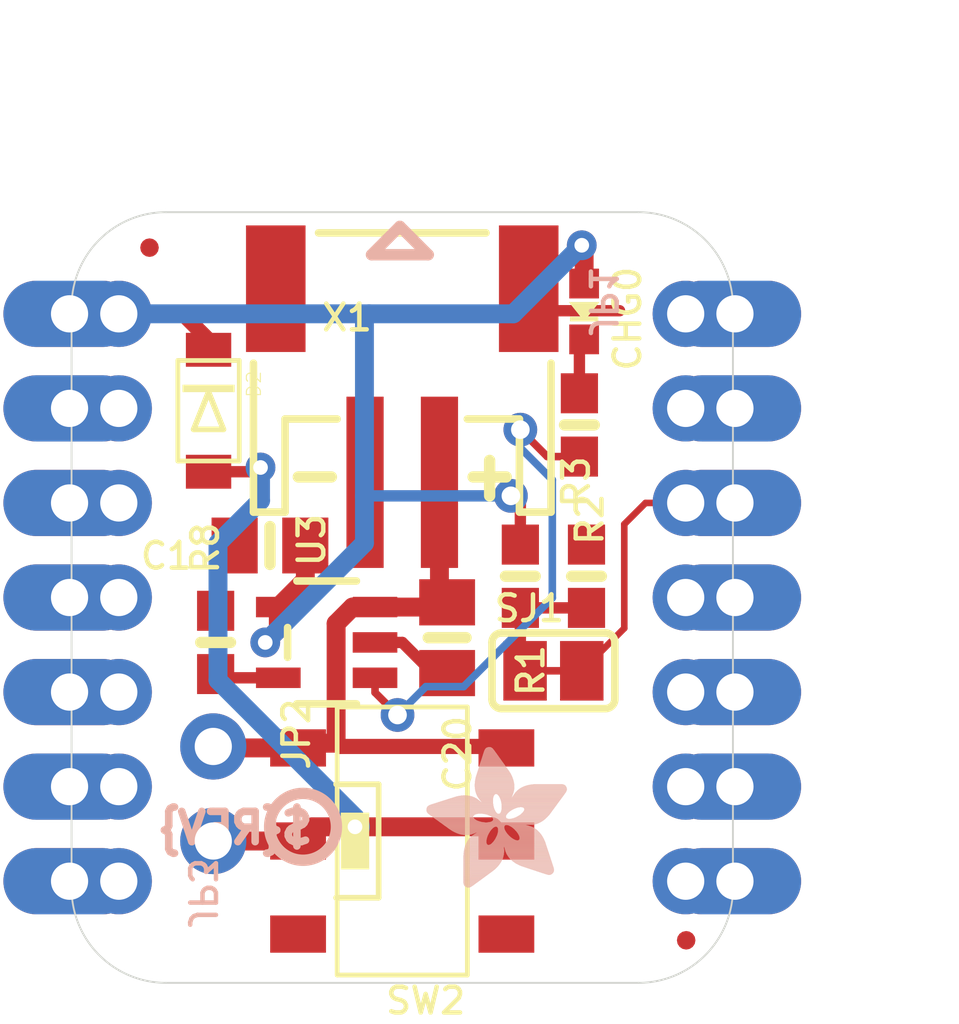
<source format=kicad_pcb>
(kicad_pcb (version 20241229) (generator "pcbnew") (generator_version "9.0")
  (layers (0 "F.Cu" signal) (4 "In1.Cu" signal) (6 "In2.Cu" signal) (8 "In3.Cu" signal) (10 "In4.Cu" signal) (12 "In5.Cu" signal) (14 "In6.Cu" signal) (16 "In7.Cu" signal) (18 "In8.Cu" signal) (20 "In9.Cu" signal) (22 "In10.Cu" signal) (24 "In11.Cu" signal) (26 "In12.Cu" signal) (28 "In13.Cu" signal) (30 "In14.Cu" signal) (2 "B.Cu" signal) (13 "F.Paste" user) (15 "B.Paste" user) (5 "F.SilkS" user "F.Silkscreen") (7 "B.SilkS" user "B.Silkscreen") (1 "F.Mask" user) (3 "B.Mask" user) (25 "Edge.Cuts" user))
  (net 0 "")
  (net 1 "GND")
  (net 2 "+5V")
  (net 3 "VBAT")
  (net 4 "N$2")
  (net 5 "N$3")
  (net 6 "N$4")
  (net 7 "N$7")
  (net 8 "N$1")
  (net 9 "A2")
  (footprint "Adafruit LIPoly Charger BFF rev C:0603-NO" (layer "F.Cu") (at 143.4846 106.2101 90)
    (property "Reference" "R8" (at 1.778 0.127 90) (layer "F.SilkS") (effects (font (size 0.692831 0.692831) (thickness 0.119969)) (justify left bottom)))
    (property "Value" "5.1K")
    (pad "1" smd rect (at -0.85 0 90) (size 1.075 1) (layers "F.Cu" "F.Mask" "F.Paste") (net 6 "N$4"))
    (pad "2" smd rect (at 0.85 0 90) (size 1.075 1) (layers "F.Cu" "F.Mask" "F.Paste") (net 1 "GND"))
  )
  (footprint "Adafruit LIPoly Charger BFF rev C:PLABEL8" (layer "F.Cu") (at 154.4701 102.2731 90)
    (property "Reference" "PLABEL8" (hide yes))
    (property "Value" "" (hide yes))
  )
  (footprint "Adafruit LIPoly Charger BFF rev C:PLABEL9" (layer "F.Cu") (at 154.4701 97.1931 90)
    (property "Reference" "PLABEL9" (hide yes))
    (property "Value" "" (hide yes))
  )
  (footprint "Adafruit LIPoly Charger BFF rev C:PLABEL3" (layer "F.Cu") (at 152.1841 112.8141)
    (property "Reference" "PLABEL3" (hide yes))
    (property "Value" "" (hide yes))
  )
  (footprint "Adafruit LIPoly Charger BFF rev C:PLABEL5" (layer "F.Cu") (at 154.5971 109.8931 90)
    (property "Reference" "PLABEL5" (hide yes))
    (property "Value" "" (hide yes))
  )
  (footprint "Adafruit LIPoly Charger BFF rev C:0805-NO" (layer "F.Cu") (at 144.9451 103.6066 180)
    (property "Reference" "C1" (at 2.032 0.127 0) (layer "F.SilkS") (effects (font (size 0.692831 0.692831) (thickness 0.119969)) (justify right top)))
    (property "Value" "10uF")
    (pad "1" smd rect (at -0.95 0 180) (size 1.24 1.5) (layers "F.Cu" "F.Mask" "F.Paste") (net 2 "+5V"))
    (pad "2" smd rect (at 0.95 0 180) (size 1.24 1.5) (layers "F.Cu" "F.Mask" "F.Paste") (net 1 "GND"))
  )
  (footprint "Adafruit LIPoly Charger BFF rev C:PLABEL1" (layer "F.Cu") (at 155.2321 95.5421)
    (property "Reference" "PLABEL1" (hide yes))
    (property "Value" "" (hide yes))
  )
  (footprint "Adafruit LIPoly Charger BFF rev C:0603-NO" (layer "F.Cu") (at 153.4541 104.4321 90)
    (property "Reference" "R3" (at 1.778 0.127 90) (layer "F.SilkS") (effects (font (size 0.692831 0.692831) (thickness 0.119969)) (justify left bottom)))
    (property "Value" "100K")
    (pad "1" smd rect (at -0.85 0 90) (size 1.075 1) (layers "F.Cu" "F.Mask" "F.Paste") (net 8 "N$1"))
    (pad "2" smd rect (at 0.85 0 90) (size 1.075 1) (layers "F.Cu" "F.Mask" "F.Paste") (net 1 "GND"))
  )
  (footprint "Adafruit LIPoly Charger BFF rev C:0805-NO" (layer "F.Cu") (at 149.7076 106.0831 -90)
    (property "Reference" "C20" (at 2.032 0.127 90) (layer "F.SilkS") (effects (font (size 0.692831 0.692831) (thickness 0.119969)) (justify right top)))
    (property "Value" "10uF")
    (pad "1" smd rect (at -0.95 0 270) (size 1.24 1.5) (layers "F.Cu" "F.Mask" "F.Paste") (net 3 "VBAT"))
    (pad "2" smd rect (at 0.95 0 270) (size 1.24 1.5) (layers "F.Cu" "F.Mask" "F.Paste") (net 1 "GND"))
  )
  (footprint "Adafruit LIPoly Charger BFF rev C:FIDUCIAL_0.5MM" (layer "F.Cu") (at 141.7066 95.6056)
    (property "Reference" "U$8" (hide yes))
    (property "Value" "FIDUCIAL_0.5MM" (hide yes))
    (pad "1" smd roundrect (at 0 0) (size 0.5 0.5) (layers "F.Cu" "F.Mask") (roundrect_rratio 0.5))
  )
  (footprint "Adafruit LIPoly Charger BFF rev C:0603-NO" (layer "F.Cu") (at 153.2636 100.3681 -90)
    (property "Reference" "R2" (at 1.778 0.127 90) (layer "F.SilkS") (effects (font (size 0.692831 0.692831) (thickness 0.119969)) (justify right top)))
    (property "Value" "5.1K")
    (pad "1" smd rect (at -0.85 0 270) (size 1.075 1) (layers "F.Cu" "F.Mask" "F.Paste") (net 4 "N$2"))
    (pad "2" smd rect (at 0.85 0 270) (size 1.075 1) (layers "F.Cu" "F.Mask" "F.Paste") (net 5 "N$3"))
  )
  (footprint "Adafruit LIPoly Charger BFF rev C:PLABEL10" (layer "F.Cu") (at 154.5971 104.8131 90)
    (property "Reference" "PLABEL10" (hide yes))
    (property "Value" "" (hide yes))
  )
  (footprint "Adafruit LIPoly Charger BFF rev C:1X02_ROUND" (layer "F.Cu") (at 143.4211 110.2741 -90)
    (property "Reference" "JP2" (at -2.6162 -1.8288 90) (layer "F.SilkS") (effects (font (size 0.692831 0.692831) (thickness 0.119969)) (justify right top)))
    (property "Value" "")
    (pad "1" thru_hole circle (at -1.27 0) (size 1.778 1.778) (drill 1) (layers "*.Cu" "*.Mask") (net 3 "VBAT"))
    (pad "2" thru_hole circle (at 1.27 0) (size 1.778 1.778) (drill 1) (layers "*.Cu" "*.Mask") (net 7 "N$7"))
  )
  (footprint "Adafruit LIPoly Charger BFF rev C:SOT23-5" (layer "F.Cu") (at 146.4691 106.2101 90)
    (property "Reference" "U3" (at 1.978 0 90) (layer "F.SilkS") (effects (font (size 0.692831 0.692831) (thickness 0.119969)) (justify left bottom)))
    (property "Value" "MCP73831T-2ACI/OT")
    (pad "1" smd rect (at -0.95 1.3001 90) (size 0.55 1.2) (layers "F.Cu" "F.Mask" "F.Paste") (net 5 "N$3"))
    (pad "2" smd rect (at 0 1.3001 90) (size 0.55 1.2) (layers "F.Cu" "F.Mask" "F.Paste") (net 1 "GND"))
    (pad "3" smd rect (at 0.95 1.3001 90) (size 0.55 1.2) (layers "F.Cu" "F.Mask" "F.Paste") (net 3 "VBAT"))
    (pad "4" smd rect (at 0.95 -1.3001 90) (size 0.55 1.2) (layers "F.Cu" "F.Mask" "F.Paste") (net 2 "+5V"))
    (pad "5" smd rect (at -0.95 -1.3001 90) (size 0.55 1.2) (layers "F.Cu" "F.Mask" "F.Paste") (net 6 "N$4"))
  )
  (footprint "Adafruit LIPoly Charger BFF rev C:JSTPH2_BATT" (layer "F.Cu") (at 148.5011 99.8601)
    (property "Reference" "X1" (at -2.2225 -1.9685 0) (layer "F.SilkS") (effects (font (size 0.692831 0.692831) (thickness 0.119969)) (justify left bottom)))
    (property "Value" "JSTPH")
    (pad "1" smd rect (at -1 2.049) (size 1 4.6) (layers "F.Cu" "F.Mask" "F.Paste") (net 1 "GND"))
    (pad "2" smd rect (at 1 2.049) (size 1 4.6) (layers "F.Cu" "F.Mask" "F.Paste") (net 3 "VBAT"))
    (pad "NC1" smd rect (at -3.4 -3.151 90) (size 3.4 1.6) (layers "F.Cu" "F.Mask" "F.Paste") (net 1 "GND"))
    (pad "NC2" smd rect (at 3.4 -3.151 90) (size 3.4 1.6) (layers "F.Cu" "F.Mask" "F.Paste") (net 1 "GND"))
  )
  (footprint "Adafruit LIPoly Charger BFF rev C:PLABEL11" (layer "F.Cu") (at 153.8986 114.2111)
    (property "Reference" "PLABEL11" (hide yes))
    (property "Value" "" (hide yes))
  )
  (footprint "Adafruit LIPoly Charger BFF rev C:0603-NO" (layer "F.Cu") (at 151.6761 104.4321 -90)
    (property "Reference" "R1" (at 1.778 0.127 90) (layer "F.SilkS") (effects (font (size 0.692831 0.692831) (thickness 0.119969)) (justify right top)))
    (property "Value" "100K")
    (pad "1" smd rect (at -0.85 0 270) (size 1.075 1) (layers "F.Cu" "F.Mask" "F.Paste") (net 2 "+5V"))
    (pad "2" smd rect (at 0.85 0 270) (size 1.075 1) (layers "F.Cu" "F.Mask" "F.Paste") (net 8 "N$1"))
  )
  (footprint "Adafruit LIPoly Charger BFF rev C:PLABEL6" (layer "F.Cu") (at 143.0401 97.1931)
    (property "Reference" "PLABEL6" (hide yes))
    (property "Value" "" (hide yes))
  )
  (footprint "Adafruit LIPoly Charger BFF rev C:SOD-123FL" (layer "F.Cu") (at 143.2941 99.9871 -90)
    (property "Reference" "D2" (at -1.1 -1 90) (layer "F.SilkS") (effects (font (size 0.376489 0.376489) (thickness 0.029911)) (justify right top)))
    (property "Value" "MBR120")
    (pad "A" smd rect (at 1.6375 0 270) (size 0.91 1.22) (layers "F.Cu" "F.Mask" "F.Paste") (net 7 "N$7"))
    (pad "C" smd rect (at -1.6375 0 270) (size 0.91 1.22) (layers "F.Cu" "F.Mask" "F.Paste") (net 2 "+5V"))
  )
  (footprint "Adafruit LIPoly Charger BFF rev C:PLABEL7" (layer "F.Cu") (at 154.4701 99.7331 90)
    (property "Reference" "PLABEL7" (hide yes))
    (property "Value" "" (hide yes))
  )
  (footprint "Adafruit LIPoly Charger BFF rev C:EG1390" (layer "F.Cu") (at 148.5011 111.5441 90)
    (property "Reference" "SW2" (at -3.886 1.764 0) (layer "F.SilkS") (effects (font (size 0.692831 0.692831) (thickness 0.119969)) (justify right top)))
    (property "Value" "EG1390")
    (pad "" np_thru_hole circle (at -1.5 0 90) (size 1 1) (drill 1) (layers "*.Cu" "*.Mask"))
    (pad "" np_thru_hole circle (at 1.5 0 90) (size 1 1) (drill 1) (layers "*.Cu" "*.Mask"))
    (pad "O1" smd rect (at -2.5 -2.8 90) (size 1 1.5) (layers "F.Cu" "F.Mask" "F.Paste"))
    (pad "O2" smd rect (at -2.5 2.8 90) (size 1 1.5) (layers "F.Cu" "F.Mask" "F.Paste"))
    (pad "P1" smd rect (at 0 -2.8 90) (size 1 1.5) (layers "F.Cu" "F.Mask" "F.Paste") (net 7 "N$7"))
    (pad "P2" smd rect (at 0 2.8 90) (size 1 1.5) (layers "F.Cu" "F.Mask" "F.Paste") (net 7 "N$7"))
    (pad "S1" smd rect (at 2.5 -2.8 90) (size 1 1.5) (layers "F.Cu" "F.Mask" "F.Paste") (net 3 "VBAT"))
    (pad "S2" smd rect (at 2.5 2.8 90) (size 1 1.5) (layers "F.Cu" "F.Mask" "F.Paste") (net 3 "VBAT"))
  )
  (footprint "Adafruit LIPoly Charger BFF rev C:PLABEL4" (layer "F.Cu") (at 154.5971 112.5601 90)
    (property "Reference" "PLABEL4" (hide yes))
    (property "Value" "" (hide yes))
  )
  (footprint "Adafruit LIPoly Charger BFF rev C:FIDUCIAL_0.5MM" (layer "F.Cu") (at 156.1338 114.2111)
    (property "Reference" "U$6" (hide yes))
    (property "Value" "FIDUCIAL_0.5MM" (hide yes))
    (pad "1" smd roundrect (at 0 0) (size 0.5 0.5) (layers "F.Cu" "F.Mask") (roundrect_rratio 0.5))
  )
  (footprint "Adafruit LIPoly Charger BFF rev C:PLABEL2" (layer "F.Cu") (at 151.8031 110.2741)
    (property "Reference" "PLABEL2" (hide yes))
    (property "Value" "" (hide yes))
  )
  (footprint "Adafruit LIPoly Charger BFF rev C:PLABEL0" (layer "F.Cu") (at 143.1036 114.1476)
    (property "Reference" "PLABEL0" (hide yes))
    (property "Value" "" (hide yes))
  )
  (footprint "Adafruit LIPoly Charger BFF rev C:CHIPLED_0603_NOOUTLINE" (layer "F.Cu") (at 153.3906 97.3201 180)
    (property "Reference" "CHG0" (at -0.762 1.27 90) (layer "F.SilkS") (effects (font (size 0.692831 0.692831) (thickness 0.119969)) (justify right top)))
    (property "Value" "ORANGE")
    (pad "A" smd rect (at 0 0.75 180) (size 0.8 0.8) (layers "F.Cu" "F.Mask" "F.Paste") (net 2 "+5V"))
    (pad "C" smd rect (at 0 -0.75 180) (size 0.8 0.8) (layers "F.Cu" "F.Mask" "F.Paste") (net 4 "N$2"))
  )
  (footprint "Adafruit LIPoly Charger BFF rev C:SOLDERJUMPER_CLOSEDWIRE" (layer "F.Cu") (at 152.5651 106.9721)
    (property "Reference" "SJ1" (at -1.651 -1.27 0) (layer "F.SilkS") (effects (font (size 0.692831 0.692831) (thickness 0.119969)) (justify left bottom)))
    (property "Value" "")
    (pad "1" smd rect (at -0.762 0) (size 1.1684 1.6002) (layers "F.Cu") (net 8 "N$1"))
    (pad "2" smd rect (at 0.762 0) (size 1.1684 1.6002) (layers "F.Cu") (net 9 "A2"))
    (pad "WIRE" smd rect (at 0 0 180) (size 0.635 0.2032) (layers "F.Cu"))
  )
  (footprint "Adafruit LIPoly Charger BFF rev C:PCBFEAT-REV-040" (layer "B.Cu") (at 145.8341 111.1631 180)
    (property "Reference" "U$3" (hide yes))
    (property "Value" "" (hide yes))
    (fp_text user "${REV}" (at -0.3556 -0.508 0) (layer "B.SilkS") (effects (font (size 0.8128 0.8128) (thickness 0.2032)) (justify left bottom mirror)))
  )
  (footprint "Adafruit LIPoly Charger BFF rev C:PLABEL12" (layer "B.Cu") (at 151.9301 95.7961 180)
    (property "Reference" "PLABEL12" (hide yes))
    (property "Value" "" (hide yes))
  )
  (footprint "Adafruit LIPoly Charger BFF rev C:PLABEL13" (layer "B.Cu") (at 148.3741 102.9716 180)
    (property "Reference" "PLABEL13" (hide yes))
    (property "Value" "" (hide yes))
  )
  (footprint "Adafruit LIPoly Charger BFF rev C:1X07_CASTEL" (layer "B.Cu") (at 140.8811 105.0036 90)
    (property "Reference" "JP3" (at -8.9662 1.8288 -90) (layer "B.SilkS") (effects (font (size 0.692831 0.692831) (thickness 0.119969)) (justify left bottom mirror)))
    (property "Value" "")
    (pad "1" thru_hole circle (at -7.62 0) (size 1.778 1.778) (drill 1) (layers "*.Cu" "*.Mask"))
    (pad "1C" thru_hole oval (at -7.62 -1.323975) (size 3.556 1.778) (drill 1) (layers "*.Cu" "*.Mask"))
    (pad "2" thru_hole circle (at -5.08 0) (size 1.778 1.778) (drill 1) (layers "*.Cu" "*.Mask"))
    (pad "2C" thru_hole oval (at -5.08 -1.323975) (size 3.556 1.778) (drill 1) (layers "*.Cu" "*.Mask"))
    (pad "3" thru_hole circle (at -2.54 0) (size 1.778 1.778) (drill 1) (layers "*.Cu" "*.Mask"))
    (pad "3C" thru_hole oval (at -2.54 -1.323975) (size 3.556 1.778) (drill 1) (layers "*.Cu" "*.Mask"))
    (pad "4" thru_hole circle (at 0 0) (size 1.778 1.778) (drill 1) (layers "*.Cu" "*.Mask"))
    (pad "4C" thru_hole oval (at 0 -1.323975) (size 3.556 1.778) (drill 1) (layers "*.Cu" "*.Mask"))
    (pad "5" thru_hole circle (at 2.54 0) (size 1.778 1.778) (drill 1) (layers "*.Cu" "*.Mask"))
    (pad "5C" thru_hole oval (at 2.54 -1.323975) (size 3.556 1.778) (drill 1) (layers "*.Cu" "*.Mask"))
    (pad "6" thru_hole circle (at 5.08 0) (size 1.778 1.778) (drill 1) (layers "*.Cu" "*.Mask") (net 1 "GND"))
    (pad "6C" thru_hole oval (at 5.08 -1.323975) (size 3.556 1.778) (drill 1) (layers "*.Cu" "*.Mask") (net 1 "GND"))
    (pad "7" thru_hole circle (at 7.62 0) (size 1.778 1.778) (drill 1) (layers "*.Cu" "*.Mask") (net 2 "+5V"))
    (pad "7C" thru_hole oval (at 7.62 -1.323975) (size 3.556 1.778) (drill 1) (layers "*.Cu" "*.Mask") (net 2 "+5V"))
  )
  (footprint "Adafruit LIPoly Charger BFF rev C:1X07_CASTEL" (layer "B.Cu") (at 156.1211 105.0036 -90)
    (property "Reference" "JP1" (at -8.9662 1.8288 -90) (layer "B.SilkS") (effects (font (size 0.692831 0.692831) (thickness 0.119969)) (justify right top mirror)))
    (property "Value" "")
    (pad "1" thru_hole circle (at -7.62 0 180) (size 1.778 1.778) (drill 1) (layers "*.Cu" "*.Mask"))
    (pad "1C" thru_hole oval (at -7.62 -1.323975 180) (size 3.556 1.778) (drill 1) (layers "*.Cu" "*.Mask"))
    (pad "2" thru_hole circle (at -5.08 0 180) (size 1.778 1.778) (drill 1) (layers "*.Cu" "*.Mask"))
    (pad "2C" thru_hole oval (at -5.08 -1.323975 180) (size 3.556 1.778) (drill 1) (layers "*.Cu" "*.Mask"))
    (pad "3" thru_hole circle (at -2.54 0 180) (size 1.778 1.778) (drill 1) (layers "*.Cu" "*.Mask") (net 9 "A2"))
    (pad "3C" thru_hole oval (at -2.54 -1.323975 180) (size 3.556 1.778) (drill 1) (layers "*.Cu" "*.Mask") (net 9 "A2"))
    (pad "4" thru_hole circle (at 0 0 180) (size 1.778 1.778) (drill 1) (layers "*.Cu" "*.Mask"))
    (pad "4C" thru_hole oval (at 0 -1.323975 180) (size 3.556 1.778) (drill 1) (layers "*.Cu" "*.Mask"))
    (pad "5" thru_hole circle (at 2.54 0 180) (size 1.778 1.778) (drill 1) (layers "*.Cu" "*.Mask"))
    (pad "5C" thru_hole oval (at 2.54 -1.323975 180) (size 3.556 1.778) (drill 1) (layers "*.Cu" "*.Mask"))
    (pad "6" thru_hole circle (at 5.08 0 180) (size 1.778 1.778) (drill 1) (layers "*.Cu" "*.Mask"))
    (pad "6C" thru_hole oval (at 5.08 -1.323975 180) (size 3.556 1.778) (drill 1) (layers "*.Cu" "*.Mask"))
    (pad "7" thru_hole circle (at 7.62 0 180) (size 1.778 1.778) (drill 1) (layers "*.Cu" "*.Mask"))
    (pad "7C" thru_hole oval (at 7.62 -1.323975 180) (size 3.556 1.778) (drill 1) (layers "*.Cu" "*.Mask"))
  )
  (footprint "Adafruit LIPoly Charger BFF rev C:ADAFRUIT_3.5MM" (layer "B.Cu") (at 152.9461 112.8141 180)
    (property "Reference" "U$2" (hide yes))
    (property "Value" "" (hide yes))
  )
  (footprint "Adafruit LIPoly Charger BFF rev C:PLABEL14" (layer "B.Cu") (at 148.3741 114.2111 180)
    (property "Reference" "PLABEL14" (hide yes))
    (property "Value" "" (hide yes))
  )
  (gr_line (start 149.1996 95.7961) (end 147.6756 95.7961) (stroke (width 0.3048)) (layer "B.SilkS"))
  (gr_line (start 148.4376 95.0341) (end 149.1996 95.7961) (stroke (width 0.3048)) (layer "B.SilkS"))
  (gr_line (start 147.6756 95.7961) (end 148.4376 95.0341) (stroke (width 0.3048)) (layer "B.SilkS"))
  (gr_arc (start 142.1511 115.3541) (mid 140.355049 114.610151) (end 139.6111 112.8141) (stroke (width 0.05)) (layer "Edge.Cuts"))
  (gr_line (start 157.3911 97.1931) (end 157.3911 112.8141) (stroke (width 0.05)) (layer "Edge.Cuts"))
  (gr_line (start 154.8511 115.3541) (end 142.1511 115.3541) (stroke (width 0.05)) (layer "Edge.Cuts"))
  (gr_arc (start 139.6111 97.1931) (mid 140.355049 95.397049) (end 142.1511 94.6531) (stroke (width 0.05)) (layer "Edge.Cuts"))
  (gr_line (start 142.1511 94.6531) (end 154.8511 94.6531) (stroke (width 0.05)) (layer "Edge.Cuts"))
  (gr_arc (start 154.8511 94.6531) (mid 156.647151 95.397049) (end 157.3911 97.1931) (stroke (width 0.05)) (layer "Edge.Cuts"))
  (gr_arc (start 157.3911 112.8141) (mid 156.647151 114.610151) (end 154.8511 115.3541) (stroke (width 0.05)) (layer "Edge.Cuts"))
  (gr_line (start 139.6111 112.8141) (end 139.6111 97.1931) (stroke (width 0.05)) (layer "Edge.Cuts"))
  (segment (start 151.9011 96.7091) (end 152.016115 96.716591) (width 0.3048) (layer "F.Cu") (net 1))
  (segment (start 152.016115 96.716591) (end 152.599825 97.3003) (width 0.3048) (layer "F.Cu") (net 1))
  (segment (start 147.7692 106.2101) (end 148.5011 106.2101) (width 0.3048) (layer "F.Cu") (net 1))
  (segment (start 152.599825 97.3003) (end 154.3431 97.3003) (width 0.3048) (layer "F.Cu") (net 1))
  (segment (start 139.557125 99.9236) (end 140.8811 99.9236) (width 0.4064) (layer "F.Cu") (net 1))
  (segment (start 148.5011 106.2101) (end 149.3241 107.0331) (width 0.3048) (layer "F.Cu") (net 1))
  (segment (start 149.3241 107.0331) (end 149.7076 107.0331) (width 0.3048) (layer "F.Cu") (net 1))
  (segment (start 145.169 105.2601) (end 145.8951 104.534) (width 0.508) (layer "F.Cu") (net 2))
  (segment (start 151.6761 103.5821) (end 151.6761 102.4391) (width 0.3048) (layer "F.Cu") (net 2))
  (segment (start 142.5956 97.3836) (end 143.2941 98.0821) (width 0.4064) (layer "F.Cu") (net 2))
  (segment (start 143.2941 98.0821) (end 143.2941 98.3496) (width 0.4064) (layer "F.Cu") (net 2))
  (segment (start 151.4221 102.2731) (end 151.5101 102.2731) (width 0.3048) (layer "F.Cu") (net 2))
  (segment (start 139.557125 97.3836) (end 140.8811 97.3836) (width 0.4064) (layer "F.Cu") (net 2))
  (segment (start 151.6761 102.4391) (end 151.5101 102.2731) (width 0.3048) (layer "F.Cu") (net 2))
  (segment (start 145.169 105.2601) (end 145.169 105.8592) (width 0.508) (layer "F.Cu") (net 2))
  (segment (start 153.3271 95.5421) (end 153.3906 95.6056) (width 0.508) (layer "F.Cu") (net 2))
  (segment (start 145.8951 103.6066) (end 145.8951 104.534) (width 0.508) (layer "F.Cu") (net 2))
  (segment (start 140.8811 97.3836) (end 142.5956 97.3836) (width 0.4064) (layer "F.Cu") (net 2))
  (segment (start 153.3906 96.5701) (end 153.3906 95.6056) (width 0.508) (layer "F.Cu") (net 2))
  (segment (start 144.8181 106.2101) (end 145.169 105.8592) (width 0.508) (layer "F.Cu") (net 2))
  (via (at 144.8181 106.2101) (size 0.8001) (drill 0.3937) (layers "F.Cu" "B.Cu") (net 2))
  (via (at 153.3271 95.5421) (size 0.8001) (drill 0.3937) (layers "F.Cu" "B.Cu") (net 2))
  (via (at 151.4221 102.2731) (size 0.9064) (drill 0.5) (layers "F.Cu" "B.Cu") (net 2))
  (segment (start 151.4221 102.2731) (end 147.4851 102.2731) (width 0.3048) (layer "B.Cu") (net 2))
  (segment (start 151.4856 97.3836) (end 153.3271 95.5421) (width 0.508) (layer "B.Cu") (net 2))
  (segment (start 151.4856 97.3836) (end 147.6121 97.3836) (width 0.508) (layer "B.Cu") (net 2))
  (segment (start 147.4851 102.2731) (end 147.4851 97.5106) (width 0.508) (layer "B.Cu") (net 2))
  (segment (start 147.4851 97.5106) (end 147.6121 97.3836) (width 0.3048) (layer "B.Cu") (net 2))
  (segment (start 144.8181 106.2101) (end 147.4851 103.5431) (width 0.508) (layer "B.Cu") (net 2))
  (segment (start 140.8811 97.3836) (end 147.6121 97.3836) (width 0.508) (layer "B.Cu") (net 2))
  (segment (start 147.4851 103.5431) (end 147.4851 102.2731) (width 0.508) (layer "B.Cu") (net 2))
  (segment (start 147.7692 105.2601) (end 147.1651 105.2601) (width 0.508) (layer "F.Cu") (net 3))
  (segment (start 147.1651 105.2601) (end 146.7231 105.7021) (width 0.508) (layer "F.Cu") (net 3))
  (segment (start 146.7231 105.7021) (end 146.7231 108.9171) (width 0.508) (layer "F.Cu") (net 3))
  (segment (start 143.4611 109.0441) (end 143.4211 109.0041) (width 0.508) (layer "F.Cu") (net 3))
  (segment (start 146.0881 109.0441) (end 146.2151 108.9171) (width 0.508) (layer "F.Cu") (net 3))
  (segment (start 149.5011 101.9091) (end 149.5011 104.9266) (width 0.508) (layer "F.Cu") (net 3))
  (segment (start 146.8101 109.0041) (end 151.2611 109.0041) (width 0.4064) (layer "F.Cu") (net 3))
  (segment (start 146.7231 108.9171) (end 146.2151 108.9171) (width 0.508) (layer "F.Cu") (net 3))
  (segment (start 146.7231 108.9171) (end 146.8101 109.0041) (width 0.4064) (layer "F.Cu") (net 3))
  (segment (start 149.5806 105.2601) (end 149.7076 105.1331) (width 0.508) (layer "F.Cu") (net 3))
  (segment (start 145.7011 109.0441) (end 143.4611 109.0441) (width 0.508) (layer "F.Cu") (net 3))
  (segment (start 145.7011 109.0441) (end 146.0881 109.0441) (width 0.508) (layer "F.Cu") (net 3))
  (segment (start 151.2611 109.0041) (end 151.3011 109.0441) (width 0.4064) (layer "F.Cu") (net 3))
  (segment (start 149.5806 105.2601) (end 147.7692 105.2601) (width 0.508) (layer "F.Cu") (net 3))
  (segment (start 149.5011 104.9266) (end 149.7076 105.1331) (width 0.3048) (layer "F.Cu") (net 3))
  (segment (start 153.2636 98.1971) (end 153.2636 99.5181) (width 0.3048) (layer "F.Cu") (net 4))
  (segment (start 153.3906 98.0701) (end 153.2636 98.1971) (width 0.3048) (layer "F.Cu") (net 4))
  (segment (start 147.7692 107.5542) (end 148.3741 108.1591) (width 0.2032) (layer "F.Cu") (net 5))
  (segment (start 152.3991 101.2181) (end 151.6761 100.4951) (width 0.2032) (layer "F.Cu") (net 5))
  (segment (start 147.7692 107.1601) (end 147.7692 107.5542) (width 0.2032) (layer "F.Cu") (net 5))
  (segment (start 153.2636 101.2181) (end 152.3991 101.2181) (width 0.2032) (layer "F.Cu") (net 5))
  (via (at 148.3741 108.1591) (size 0.9064) (drill 0.5) (layers "F.Cu" "B.Cu") (net 5))
  (via (at 151.6761 100.4951) (size 0.9064) (drill 0.5) (layers "F.Cu" "B.Cu") (net 5))
  (segment (start 150.1521 107.3971) (end 149.1361 107.3971) (width 0.2032) (layer "B.Cu") (net 5))
  (segment (start 149.1361 107.3971) (end 148.3741 108.1591) (width 0.2032) (layer "B.Cu") (net 5))
  (segment (start 152.5357 105.0135) (end 150.1521 107.3971) (width 0.2032) (layer "B.Cu") (net 5))
  (segment (start 151.6761 100.983044) (end 152.5357 101.842644) (width 0.2032) (layer "B.Cu") (net 5))
  (segment (start 152.5357 101.842644) (end 152.5357 105.0135) (width 0.2032) (layer "B.Cu") (net 5))
  (segment (start 151.6761 100.4951) (end 151.6761 100.983044) (width 0.2032) (layer "B.Cu") (net 5))
  (segment (start 143.5846 107.1601) (end 143.4846 107.0601) (width 0.3048) (layer "F.Cu") (net 6))
  (segment (start 145.169 107.1601) (end 143.5846 107.1601) (width 0.3048) (layer "F.Cu") (net 6))
  (segment (start 150.9201 111.1631) (end 151.3011 111.5441) (width 0.508) (layer "F.Cu") (net 7))
  (segment (start 143.2941 101.6246) (end 144.5776 101.6246) (width 0.3048) (layer "F.Cu") (net 7))
  (segment (start 145.7011 111.5441) (end 143.4211 111.5441) (width 0.508) (layer "F.Cu") (net 7))
  (segment (start 147.2311 111.1631) (end 150.9201 111.1631) (width 0.508) (layer "F.Cu") (net 7))
  (segment (start 144.5776 101.6246) (end 144.6911 101.5111) (width 0.3048) (layer "F.Cu") (net 7))
  (segment (start 145.7011 111.5441) (end 146.0821 111.1631) (width 0.508) (layer "F.Cu") (net 7))
  (segment (start 146.0821 111.1631) (end 147.2311 111.1631) (width 0.508) (layer "F.Cu") (net 7))
  (via (at 147.2311 111.1631) (size 0.8001) (drill 0.3937) (layers "F.Cu" "B.Cu") (net 7))
  (via (at 144.6911 101.5111) (size 0.8001) (drill 0.3937) (layers "F.Cu" "B.Cu") (net 7))
  (segment (start 147.2311 110.9091) (end 143.5481 107.2261) (width 0.508) (layer "B.Cu") (net 7))
  (segment (start 147.2311 111.1631) (end 147.2311 110.9091) (width 0.508) (layer "B.Cu") (net 7))
  (segment (start 143.5481 107.2261) (end 143.5481 103.5431) (width 0.508) (layer "B.Cu") (net 7))
  (segment (start 144.6911 102.4001) (end 144.6911 101.5111) (width 0.508) (layer "B.Cu") (net 7))
  (segment (start 144.6911 102.4001) (end 143.5481 103.5431) (width 0.508) (layer "B.Cu") (net 7))
  (segment (start 153.4541 105.2821) (end 151.6761 105.2821) (width 0.3048) (layer "F.Cu") (net 8))
  (segment (start 151.6761 106.8451) (end 151.8031 106.9721) (width 0.3048) (layer "F.Cu") (net 8))
  (segment (start 151.6761 105.2821) (end 151.6761 106.8451) (width 0.3048) (layer "F.Cu") (net 8))
  (segment (start 154.4701 105.8291) (end 153.3271 106.9721) (width 0.1778) (layer "F.Cu") (net 9))
  (segment (start 157.445075 102.4636) (end 155.9941 102.4636) (width 0.4064) (layer "F.Cu") (net 9))
  (segment (start 155.9941 102.4636) (end 155.0416 102.4636) (width 0.1778) (layer "F.Cu") (net 9))
  (segment (start 154.4701 103.0351) (end 154.4701 105.8291) (width 0.1778) (layer "F.Cu") (net 9))
  (segment (start 157.445075 102.4636) (end 156.1211 102.4636) (width 0.4064) (layer "F.Cu") (net 9))
  (segment (start 155.0416 102.4636) (end 154.4701 103.0351) (width 0.1778) (layer "F.Cu") (net 9))
)
</source>
